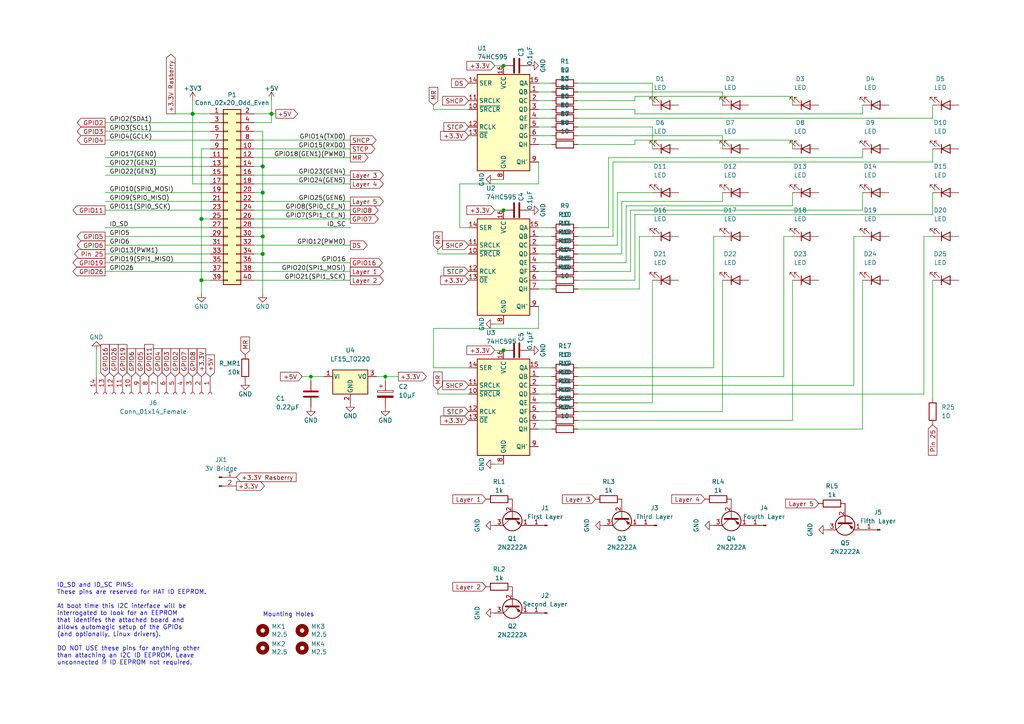
<source format=kicad_sch>
(kicad_sch (version 20211123) (generator eeschema)
  (paper "A4")
  (title_block (date "15 nov 2012"))
  (lib_symbols
    (symbol "74xx:74HC595"
      (property "Reference" "U" (at -7.62 13.97 0))
      (property "Value" "74HC595" (at -7.62 -16.51 0))
      (symbol "74HC595_1_0"
        (pin tri_state line (at 10.16 7.62 180) (length 2.54) (name "QB") (number "1"))
        (pin input line (at -10.16 2.54 0) (length 2.54) (name "~{SRCLR}") (number "10"))
        (pin input line (at -10.16 5.08 0) (length 2.54) (name "SRCLK") (number "11"))
        (pin input line (at -10.16 -2.54 0) (length 2.54) (name "RCLK") (number "12"))
        (pin input line (at -10.16 -5.08 0) (length 2.54) (name "~{OE}") (number "13"))
        (pin input line (at -10.16 10.16 0) (length 2.54) (name "SER") (number "14"))
        (pin tri_state line (at 10.16 10.16 180) (length 2.54) (name "QA") (number "15"))
        (pin power_in line (at 0 15.24 270) (length 2.54) (name "VCC") (number "16"))
        (pin tri_state line (at 10.16 5.08 180) (length 2.54) (name "QC") (number "2"))
        (pin tri_state line (at 10.16 2.54 180) (length 2.54) (name "QD") (number "3"))
        (pin tri_state line (at 10.16 0 180) (length 2.54) (name "QE") (number "4"))
        (pin tri_state line (at 10.16 -2.54 180) (length 2.54) (name "QF") (number "5"))
        (pin tri_state line (at 10.16 -5.08 180) (length 2.54) (name "QG") (number "6"))
        (pin tri_state line (at 10.16 -7.62 180) (length 2.54) (name "QH") (number "7"))
        (pin power_in line (at 0 -17.78 90) (length 2.54) (name "GND") (number "8"))
        (pin output line (at 10.16 -12.7 180) (length 2.54) (name "QH'") (number "9"))
      )
    )
    (symbol "Connector:Conn_01x01_Male" (pin_names (offset 1.016) hide)
      (property "Reference" "J" (at 0 2.54 0))
      (property "Value" "Conn_01x01_Male" (at 0 -2.54 0))
      (symbol "Conn_01x01_Male_1_1"
        (pin passive line (at 5.08 0 180) (length 3.81) (name "Pin_1") (number "1"))
      )
    )
    (symbol "Connector:Conn_01x02_Male" (pin_names (offset 1.016) hide)
      (property "Reference" "J" (at 0 2.54 0))
      (property "Value" "Conn_01x02_Male" (at 0 -5.08 0))
      (symbol "Conn_01x02_Male_1_1"
        (pin passive line (at 5.08 0 180) (length 3.81) (name "Pin_1") (number "1"))
        (pin passive line (at 5.08 -2.54 180) (length 3.81) (name "Pin_2") (number "2"))
      )
    )
    (symbol "Connector:Conn_01x14_Female" (pin_names (offset 1.016) hide)
      (property "Reference" "J" (at 0 17.78 0))
      (property "Value" "Conn_01x14_Female" (at 0 -20.32 0))
      (symbol "Conn_01x14_Female_1_1"
        (pin passive line (at -5.08 15.24 0) (length 3.81) (name "Pin_1") (number "1"))
        (pin passive line (at -5.08 -7.62 0) (length 3.81) (name "Pin_10") (number "10"))
        (pin passive line (at -5.08 -10.16 0) (length 3.81) (name "Pin_11") (number "11"))
        (pin passive line (at -5.08 -12.7 0) (length 3.81) (name "Pin_12") (number "12"))
        (pin passive line (at -5.08 -15.24 0) (length 3.81) (name "Pin_13") (number "13"))
        (pin passive line (at -5.08 -17.78 0) (length 3.81) (name "Pin_14") (number "14"))
        (pin passive line (at -5.08 12.7 0) (length 3.81) (name "Pin_2") (number "2"))
        (pin passive line (at -5.08 10.16 0) (length 3.81) (name "Pin_3") (number "3"))
        (pin passive line (at -5.08 7.62 0) (length 3.81) (name "Pin_4") (number "4"))
        (pin passive line (at -5.08 5.08 0) (length 3.81) (name "Pin_5") (number "5"))
        (pin passive line (at -5.08 2.54 0) (length 3.81) (name "Pin_6") (number "6"))
        (pin passive line (at -5.08 0 0) (length 3.81) (name "Pin_7") (number "7"))
        (pin passive line (at -5.08 -2.54 0) (length 3.81) (name "Pin_8") (number "8"))
        (pin passive line (at -5.08 -5.08 0) (length 3.81) (name "Pin_9") (number "9"))
      )
    )
    (symbol "Connector_Generic:Conn_02x20_Odd_Even" (pin_names (offset 1.016) hide)
      (property "Reference" "J" (at 1.27 25.4 0))
      (property "Value" "Conn_02x20_Odd_Even" (at 1.27 -27.94 0))
      (symbol "Conn_02x20_Odd_Even_1_1"
        (pin passive line (at -5.08 22.86 0) (length 3.81) (name "Pin_1") (number "1"))
        (pin passive line (at 7.62 12.7 180) (length 3.81) (name "Pin_10") (number "10"))
        (pin passive line (at -5.08 10.16 0) (length 3.81) (name "Pin_11") (number "11"))
        (pin passive line (at 7.62 10.16 180) (length 3.81) (name "Pin_12") (number "12"))
        (pin passive line (at -5.08 7.62 0) (length 3.81) (name "Pin_13") (number "13"))
        (pin passive line (at 7.62 7.62 180) (length 3.81) (name "Pin_14") (number "14"))
        (pin passive line (at -5.08 5.08 0) (length 3.81) (name "Pin_15") (number "15"))
        (pin passive line (at 7.62 5.08 180) (length 3.81) (name "Pin_16") (number "16"))
        (pin passive line (at -5.08 2.54 0) (length 3.81) (name "Pin_17") (number "17"))
        (pin passive line (at 7.62 2.54 180) (length 3.81) (name "Pin_18") (number "18"))
        (pin passive line (at -5.08 0 0) (length 3.81) (name "Pin_19") (number "19"))
        (pin passive line (at 7.62 22.86 180) (length 3.81) (name "Pin_2") (number "2"))
        (pin passive line (at 7.62 0 180) (length 3.81) (name "Pin_20") (number "20"))
        (pin passive line (at -5.08 -2.54 0) (length 3.81) (name "Pin_21") (number "21"))
        (pin passive line (at 7.62 -2.54 180) (length 3.81) (name "Pin_22") (number "22"))
        (pin passive line (at -5.08 -5.08 0) (length 3.81) (name "Pin_23") (number "23"))
        (pin passive line (at 7.62 -5.08 180) (length 3.81) (name "Pin_24") (number "24"))
        (pin passive line (at -5.08 -7.62 0) (length 3.81) (name "Pin_25") (number "25"))
        (pin passive line (at 7.62 -7.62 180) (length 3.81) (name "Pin_26") (number "26"))
        (pin passive line (at -5.08 -10.16 0) (length 3.81) (name "Pin_27") (number "27"))
        (pin passive line (at 7.62 -10.16 180) (length 3.81) (name "Pin_28") (number "28"))
        (pin passive line (at -5.08 -12.7 0) (length 3.81) (name "Pin_29") (number "29"))
        (pin passive line (at -5.08 20.32 0) (length 3.81) (name "Pin_3") (number "3"))
        (pin passive line (at 7.62 -12.7 180) (length 3.81) (name "Pin_30") (number "30"))
        (pin passive line (at -5.08 -15.24 0) (length 3.81) (name "Pin_31") (number "31"))
        (pin passive line (at 7.62 -15.24 180) (length 3.81) (name "Pin_32") (number "32"))
        (pin passive line (at -5.08 -17.78 0) (length 3.81) (name "Pin_33") (number "33"))
        (pin passive line (at 7.62 -17.78 180) (length 3.81) (name "Pin_34") (number "34"))
        (pin passive line (at -5.08 -20.32 0) (length 3.81) (name "Pin_35") (number "35"))
        (pin passive line (at 7.62 -20.32 180) (length 3.81) (name "Pin_36") (number "36"))
        (pin passive line (at -5.08 -22.86 0) (length 3.81) (name "Pin_37") (number "37"))
        (pin passive line (at 7.62 -22.86 180) (length 3.81) (name "Pin_38") (number "38"))
        (pin passive line (at -5.08 -25.4 0) (length 3.81) (name "Pin_39") (number "39"))
        (pin passive line (at 7.62 20.32 180) (length 3.81) (name "Pin_4") (number "4"))
        (pin passive line (at 7.62 -25.4 180) (length 3.81) (name "Pin_40") (number "40"))
        (pin passive line (at -5.08 17.78 0) (length 3.81) (name "Pin_5") (number "5"))
        (pin passive line (at 7.62 17.78 180) (length 3.81) (name "Pin_6") (number "6"))
        (pin passive line (at -5.08 15.24 0) (length 3.81) (name "Pin_7") (number "7"))
        (pin passive line (at 7.62 15.24 180) (length 3.81) (name "Pin_8") (number "8"))
        (pin passive line (at -5.08 12.7 0) (length 3.81) (name "Pin_9") (number "9"))
      )
    )
    (symbol "Device:C" (pin_numbers hide) (pin_names (offset 0.254))
      (property "Reference" "C" (at 0.635 2.54 0))
      (property "Value" "C" (at 0.635 -2.54 0))
      (symbol "C_1_1"
        (pin passive line (at 0 3.81 270) (length 2.794) (name "~") (number "1"))
        (pin passive line (at 0 -3.81 90) (length 2.794) (name "~") (number "2"))
      )
    )
    (symbol "Device:C_Polarized" (pin_numbers hide) (pin_names (offset 0.254))
      (property "Reference" "C" (at 0.635 2.54 0))
      (property "Value" "C_Polarized" (at 0.635 -2.54 0))
      (symbol "C_Polarized_1_1"
        (pin passive line (at 0 3.81 270) (length 2.794) (name "~") (number "1"))
        (pin passive line (at 0 -3.81 90) (length 2.794) (name "~") (number "2"))
      )
    )
    (symbol "Device:LED" (pin_numbers hide) (pin_names (offset 1.016) hide)
      (property "Reference" "D" (at 0 2.54 0))
      (property "Value" "LED" (at 0 -2.54 0))
      (symbol "LED_1_1"
        (pin passive line (at -3.81 0 0) (length 2.54) (name "K") (number "1"))
        (pin passive line (at 3.81 0 180) (length 2.54) (name "A") (number "2"))
      )
    )
    (symbol "Device:R" (pin_numbers hide) (pin_names (offset 0))
      (property "Reference" "R" (at 2.032 0 90))
      (property "Value" "R" (at 0 0 90))
      (symbol "R_1_1"
        (pin passive line (at 0 3.81 270) (length 1.27) (name "~") (number "1"))
        (pin passive line (at 0 -3.81 90) (length 1.27) (name "~") (number "2"))
      )
    )
    (symbol "Mechanical:MountingHole" (pin_names (offset 1.016))
      (property "Reference" "H" (at 0 5.08 0))
      (property "Value" "MountingHole" (at 0 3.175 0))
    )
    (symbol "Regulator_Linear:LF15_TO220" (pin_names (offset 0.254))
      (property "Reference" "U" (at -3.81 3.175 0))
      (property "Value" "LF15_TO220" (at 0 3.175 0))
      (symbol "LF15_TO220_1_1"
        (pin power_in line (at -7.62 0 0) (length 2.54) (name "VI") (number "1"))
        (pin power_in line (at 0 -7.62 90) (length 2.54) (name "GND") (number "2"))
        (pin power_out line (at 7.62 0 180) (length 2.54) (name "VO") (number "3"))
      )
    )
    (symbol "Transistor_BJT:2N3905" (pin_names (offset 0) hide)
      (property "Reference" "Q" (at 5.08 1.905 0))
      (property "Value" "2N3905" (at 5.08 0 0))
      (symbol "2N3905_1_1"
        (pin passive line (at 2.54 -5.08 90) (length 2.54) (name "E") (number "1"))
        (pin input line (at -5.08 0 0) (length 5.715) (name "B") (number "2"))
        (pin passive line (at 2.54 5.08 270) (length 2.54) (name "C") (number "3"))
      )
    )
    (symbol "power:+3.3V" (power) (pin_names (offset 0))
      (property "Value" "+3.3V" (at 0 3.556 0))
      (symbol "+3.3V_1_1"
        (pin power_in line (at 0 0 90) (length 0) hide (name "+3V3") (number "1"))
      )
    )
    (symbol "power:+5V" (power) (pin_names (offset 0))
      (property "Value" "+5V" (at 0 3.556 0))
      (symbol "+5V_1_1"
        (pin power_in line (at 0 0 90) (length 0) hide (name "+5V") (number "1"))
      )
    )
    (symbol "power:GND" (power) (pin_names (offset 0))
      (property "Value" "GND" (at 0 -3.81 0))
      (symbol "GND_1_1"
        (pin power_in line (at 0 0 270) (length 0) hide (name "GND") (number "1"))
      )
    )
  )
  (junction (at 146.05 19.05))
  (junction (at 58.42 81.28) (diameter 1.016))
  (junction (at 78.74 33.02) (diameter 1.016))
  (junction (at 111.76 109.22))
  (junction (at 76.2 68.58) (diameter 1.016))
  (junction (at 146.05 101.6))
  (junction (at 76.2 73.66) (diameter 1.016))
  (junction (at 146.05 60.96))
  (junction (at 90.17 109.22))
  (junction (at 76.2 55.88) (diameter 1.016))
  (junction (at 58.42 63.5) (diameter 1.016))
  (junction (at 55.88 33.02) (diameter 1.016))
  (junction (at 76.2 48.26) (diameter 1.016))
  (wire (pts (xy 30.48 71.12) (xy 60.96 71.12)))
  (wire (pts (xy 209.55 119.38) (xy 167.64 119.38)))
  (wire (pts (xy 73.66 43.18) (xy 101.6 43.18)))
  (wire (pts (xy 73.66 60.96) (xy 101.6 60.96)))
  (wire (pts (xy 55.88 33.02) (xy 60.96 33.02)))
  (wire (pts (xy 189.23 81.28) (xy 189.23 116.84)))
  (wire (pts (xy 156.21 26.67) (xy 160.02 26.67)))
  (wire (pts (xy 270.51 115.57) (xy 270.51 81.28)))
  (wire (pts (xy 73.66 76.2) (xy 101.6 76.2)))
  (wire (pts (xy 30.48 45.72) (xy 60.96 45.72)))
  (wire (pts (xy 156.21 36.83) (xy 160.02 36.83)))
  (wire (pts (xy 78.74 33.02) (xy 78.74 35.56)))
  (wire (pts (xy 229.87 121.92) (xy 167.64 121.92)))
  (wire (pts (xy 179.07 55.88) (xy 179.07 71.12)))
  (wire (pts (xy 180.34 73.66) (xy 167.64 73.66)))
  (wire (pts (xy 73.66 71.12) (xy 101.6 71.12)))
  (wire (pts (xy 176.53 66.04) (xy 167.64 66.04)))
  (wire (pts (xy 179.07 71.12) (xy 167.64 71.12)))
  (wire (pts (xy 184.15 29.21) (xy 167.64 29.21)))
  (wire (pts (xy 76.2 48.26) (xy 76.2 55.88)))
  (wire (pts (xy 156.21 88.9) (xy 156.21 95.25)))
  (wire (pts (xy 270.51 46.99) (xy 270.51 43.18)))
  (wire (pts (xy 167.64 26.67) (xy 209.55 26.67)))
  (wire (pts (xy 143.51 134.62) (xy 146.05 134.62)))
  (wire (pts (xy 156.21 116.84) (xy 160.02 116.84)))
  (wire (pts (xy 156.21 83.82) (xy 160.02 83.82)))
  (wire (pts (xy 167.64 39.37) (xy 209.55 39.37)))
  (wire (pts (xy 30.48 66.04) (xy 60.96 66.04)))
  (wire (pts (xy 182.88 78.74) (xy 167.64 78.74)))
  (wire (pts (xy 209.55 39.37) (xy 209.55 43.18)))
  (wire (pts (xy 156.21 111.76) (xy 160.02 111.76)))
  (wire (pts (xy 189.23 36.83) (xy 189.23 43.18)))
  (wire (pts (xy 189.23 24.13) (xy 189.23 30.48)))
  (wire (pts (xy 167.64 24.13) (xy 189.23 24.13)))
  (wire (pts (xy 76.2 38.1) (xy 73.66 38.1)))
  (wire (pts (xy 270.51 62.23) (xy 270.51 55.88)))
  (wire (pts (xy 87.63 109.22) (xy 90.17 109.22)))
  (wire (pts (xy 30.48 73.66) (xy 60.96 73.66)))
  (wire (pts (xy 184.15 41.91) (xy 184.15 40.64)))
  (wire (pts (xy 250.19 60.96) (xy 250.19 55.88)))
  (wire (pts (xy 177.8 46.99) (xy 270.51 46.99)))
  (wire (pts (xy 111.76 110.49) (xy 111.76 109.22)))
  (wire (pts (xy 156.21 71.12) (xy 160.02 71.12)))
  (wire (pts (xy 76.2 48.26) (xy 73.66 48.26)))
  (wire (pts (xy 167.64 41.91) (xy 184.15 41.91)))
  (wire (pts (xy 227.33 68.58) (xy 229.87 68.58)))
  (wire (pts (xy 229.87 27.94) (xy 229.87 30.48)))
  (wire (pts (xy 55.88 33.02) (xy 55.88 53.34)))
  (wire (pts (xy 156.21 114.3) (xy 160.02 114.3)))
  (wire (pts (xy 127 73.66) (xy 135.89 73.66)))
  (wire (pts (xy 270.51 34.29) (xy 270.51 30.48)))
  (wire (pts (xy 143.51 19.05) (xy 146.05 19.05)))
  (wire (pts (xy 58.42 43.18) (xy 60.96 43.18)))
  (wire (pts (xy 156.21 76.2) (xy 160.02 76.2)))
  (wire (pts (xy 76.2 55.88) (xy 73.66 55.88)))
  (wire (pts (xy 156.21 78.74) (xy 160.02 78.74)))
  (wire (pts (xy 184.15 31.75) (xy 184.15 33.02)))
  (wire (pts (xy 250.19 124.46) (xy 167.64 124.46)))
  (wire (pts (xy 209.55 26.67) (xy 209.55 30.48)))
  (wire (pts (xy 60.96 35.56) (xy 30.48 35.56)))
  (wire (pts (xy 184.15 81.28) (xy 167.64 81.28)))
  (wire (pts (xy 127 72.39) (xy 127 73.66)))
  (wire (pts (xy 111.76 109.22) (xy 115.57 109.22)))
  (wire (pts (xy 185.42 68.58) (xy 189.23 68.58)))
  (wire (pts (xy 156.21 95.25) (xy 125.73 95.25)))
  (wire (pts (xy 207.01 68.58) (xy 209.55 68.58)))
  (wire (pts (xy 181.61 76.2) (xy 167.64 76.2)))
  (wire (pts (xy 30.48 76.2) (xy 60.96 76.2)))
  (wire (pts (xy 156.21 29.21) (xy 160.02 29.21)))
  (wire (pts (xy 125.73 106.68) (xy 135.89 106.68)))
  (wire (pts (xy 167.64 116.84) (xy 189.23 116.84)))
  (wire (pts (xy 167.64 36.83) (xy 189.23 36.83)))
  (wire (pts (xy 156.21 41.91) (xy 160.02 41.91)))
  (wire (pts (xy 30.48 58.42) (xy 60.96 58.42)))
  (wire (pts (xy 184.15 27.94) (xy 229.87 27.94)))
  (wire (pts (xy 156.21 106.68) (xy 160.02 106.68)))
  (wire (pts (xy 30.48 78.74) (xy 60.96 78.74)))
  (wire (pts (xy 90.17 109.22) (xy 93.98 109.22)))
  (wire (pts (xy 167.64 31.75) (xy 184.15 31.75)))
  (wire (pts (xy 73.66 53.34) (xy 101.6 53.34)))
  (wire (pts (xy 55.88 53.34) (xy 60.96 53.34)))
  (wire (pts (xy 156.21 68.58) (xy 160.02 68.58)))
  (wire (pts (xy 76.2 68.58) (xy 76.2 73.66)))
  (wire (pts (xy 58.42 63.5) (xy 58.42 81.28)))
  (wire (pts (xy 167.64 106.68) (xy 207.01 106.68)))
  (wire (pts (xy 250.19 33.02) (xy 250.19 30.48)))
  (wire (pts (xy 78.74 33.02) (xy 73.66 33.02)))
  (wire (pts (xy 209.55 81.28) (xy 209.55 119.38)))
  (wire (pts (xy 180.34 58.42) (xy 180.34 73.66)))
  (wire (pts (xy 156.21 66.04) (xy 160.02 66.04)))
  (wire (pts (xy 127 113.03) (xy 127 114.3)))
  (wire (pts (xy 73.66 63.5) (xy 101.6 63.5)))
  (wire (pts (xy 78.74 35.56) (xy 73.66 35.56)))
  (wire (pts (xy 111.76 109.22) (xy 109.22 109.22)))
  (wire (pts (xy 156.21 81.28) (xy 160.02 81.28)))
  (wire (pts (xy 58.42 81.28) (xy 60.96 81.28)))
  (wire (pts (xy 133.35 66.04) (xy 135.89 66.04)))
  (wire (pts (xy 143.51 101.6) (xy 146.05 101.6)))
  (wire (pts (xy 27.94 101.6) (xy 27.94 109.22)))
  (wire (pts (xy 58.42 43.18) (xy 58.42 63.5)))
  (wire (pts (xy 73.66 58.42) (xy 101.6 58.42)))
  (wire (pts (xy 78.74 33.02) (xy 80.01 33.02)))
  (wire (pts (xy 207.01 68.58) (xy 207.01 106.68)))
  (wire (pts (xy 30.48 48.26) (xy 60.96 48.26)))
  (wire (pts (xy 156.21 34.29) (xy 160.02 34.29)))
  (wire (pts (xy 267.97 68.58) (xy 270.51 68.58)))
  (wire (pts (xy 125.73 31.75) (xy 135.89 31.75)))
  (wire (pts (xy 184.15 40.64) (xy 229.87 40.64)))
  (wire (pts (xy 156.21 24.13) (xy 160.02 24.13)))
  (wire (pts (xy 30.48 55.88) (xy 60.96 55.88)))
  (wire (pts (xy 30.48 38.1) (xy 60.96 38.1)))
  (wire (pts (xy 125.73 30.48) (xy 125.73 31.75)))
  (wire (pts (xy 247.65 68.58) (xy 247.65 111.76)))
  (wire (pts (xy 76.2 38.1) (xy 76.2 48.26)))
  (wire (pts (xy 184.15 33.02) (xy 250.19 33.02)))
  (wire (pts (xy 76.2 68.58) (xy 73.66 68.58)))
  (wire (pts (xy 179.07 55.88) (xy 189.23 55.88)))
  (wire (pts (xy 267.97 114.3) (xy 167.64 114.3)))
  (wire (pts (xy 76.2 73.66) (xy 76.2 85.09)))
  (wire (pts (xy 156.21 119.38) (xy 160.02 119.38)))
  (wire (pts (xy 184.15 62.23) (xy 270.51 62.23)))
  (wire (pts (xy 76.2 73.66) (xy 73.66 73.66)))
  (wire (pts (xy 182.88 60.96) (xy 250.19 60.96)))
  (wire (pts (xy 167.64 34.29) (xy 270.51 34.29)))
  (wire (pts (xy 250.19 45.72) (xy 250.19 43.18)))
  (wire (pts (xy 143.51 52.07) (xy 146.05 52.07)))
  (wire (pts (xy 181.61 59.69) (xy 229.87 59.69)))
  (wire (pts (xy 133.35 53.34) (xy 133.35 66.04)))
  (wire (pts (xy 58.42 81.28) (xy 58.42 85.09)))
  (wire (pts (xy 143.51 93.98) (xy 146.05 93.98)))
  (wire (pts (xy 184.15 27.94) (xy 184.15 29.21)))
  (wire (pts (xy 76.2 55.88) (xy 76.2 68.58)))
  (wire (pts (xy 229.87 59.69) (xy 229.87 55.88)))
  (wire (pts (xy 30.48 60.96) (xy 60.96 60.96)))
  (wire (pts (xy 73.66 66.04) (xy 101.6 66.04)))
  (wire (pts (xy 180.34 58.42) (xy 209.55 58.42)))
  (wire (pts (xy 125.73 95.25) (xy 125.73 106.68)))
  (wire (pts (xy 55.88 29.21) (xy 55.88 33.02)))
  (wire (pts (xy 73.66 45.72) (xy 101.6 45.72)))
  (wire (pts (xy 30.48 40.64) (xy 60.96 40.64)))
  (wire (pts (xy 127 114.3) (xy 135.89 114.3)))
  (wire (pts (xy 49.53 33.02) (xy 55.88 33.02)))
  (wire (pts (xy 229.87 81.28) (xy 229.87 121.92)))
  (wire (pts (xy 90.17 110.49) (xy 90.17 109.22)))
  (wire (pts (xy 177.8 46.99) (xy 177.8 68.58)))
  (wire (pts (xy 30.48 50.8) (xy 60.96 50.8)))
  (wire (pts (xy 73.66 40.64) (xy 101.6 40.64)))
  (wire (pts (xy 156.21 109.22) (xy 160.02 109.22)))
  (wire (pts (xy 73.66 50.8) (xy 101.6 50.8)))
  (wire (pts (xy 156.21 124.46) (xy 160.02 124.46)))
  (wire (pts (xy 250.19 81.28) (xy 250.19 124.46)))
  (wire (pts (xy 73.66 81.28) (xy 101.6 81.28)))
  (wire (pts (xy 176.53 45.72) (xy 250.19 45.72)))
  (wire (pts (xy 30.48 68.58) (xy 60.96 68.58)))
  (wire (pts (xy 182.88 60.96) (xy 182.88 78.74)))
  (wire (pts (xy 73.66 78.74) (xy 101.6 78.74)))
  (wire (pts (xy 58.42 63.5) (xy 60.96 63.5)))
  (wire (pts (xy 78.74 29.21) (xy 78.74 33.02)))
  (wire (pts (xy 267.97 68.58) (xy 267.97 114.3)))
  (wire (pts (xy 143.51 60.96) (xy 146.05 60.96)))
  (wire (pts (xy 227.33 68.58) (xy 227.33 109.22)))
  (wire (pts (xy 156.21 31.75) (xy 160.02 31.75)))
  (wire (pts (xy 156.21 46.99) (xy 156.21 53.34)))
  (wire (pts (xy 156.21 121.92) (xy 160.02 121.92)))
  (wire (pts (xy 167.64 111.76) (xy 247.65 111.76)))
  (wire (pts (xy 156.21 73.66) (xy 160.02 73.66)))
  (wire (pts (xy 209.55 58.42) (xy 209.55 55.88)))
  (wire (pts (xy 156.21 53.34) (xy 133.35 53.34)))
  (wire (pts (xy 184.15 62.23) (xy 184.15 81.28)))
  (wire (pts (xy 185.42 68.58) (xy 185.42 83.82)))
  (wire (pts (xy 177.8 68.58) (xy 167.64 68.58)))
  (wire (pts (xy 181.61 59.69) (xy 181.61 76.2)))
  (wire (pts (xy 247.65 68.58) (xy 250.19 68.58)))
  (wire (pts (xy 185.42 83.82) (xy 167.64 83.82)))
  (wire (pts (xy 229.87 40.64) (xy 229.87 43.18)))
  (wire (pts (xy 227.33 109.22) (xy 167.64 109.22)))
  (wire (pts (xy 156.21 39.37) (xy 160.02 39.37)))
  (wire (pts (xy 176.53 45.72) (xy 176.53 66.04)))
  (text "ID_SD and ID_SC PINS:\nThese pins are reserved for HAT ID EEPROM.\n\nAt boot time this I2C interface will be\ninterrogated to look for an EEPROM\nthat identifes the attached board and\nallows automagic setup of the GPIOs\n(and optionally, Linux drivers).\n\nDO NOT USE these pins for anything other\nthan attaching an I2C ID EEPROM. Leave\nunconnected if ID EEPROM not required." (at 16.51 193.04 0) (effects (font (size 1.27 1.27)) (justify left bottom)))
  (text "Mounting Holes" (at 76.2 179.07 0) (effects (font (size 1.27 1.27)) (justify left bottom)))
  (label "GPIO5" (at 31.75 68.58 0))
  (label "GPIO13(PWM1)" (at 31.75 73.66 0))
  (label "GPIO7(SPI1_CE_N)" (at 100.33 63.5 180))
  (label "GPIO25(GEN6)" (at 100.33 58.42 180))
  (label "ID_SD" (at 31.75 66.04 0))
  (label "GPIO17(GEN0)" (at 31.75 45.72 0))
  (label "GPIO20(SPI1_MOSI)" (at 100.33 78.74 180))
  (label "GPIO15(RXD0)" (at 100.33 43.18 180))
  (label "ID_SC" (at 100.33 66.04 180))
  (label "GPIO4(GCLK)" (at 31.75 40.64 0))
  (label "GPIO19(SPI1_MISO)" (at 31.75 76.2 0))
  (label "GPIO16" (at 100.33 76.2 180))
  (label "GPIO21(SPI1_SCK)" (at 100.33 81.28 180))
  (label "GPIO14(TXD0)" (at 100.33 40.64 180))
  (label "GPIO3(SCL1)" (at 31.75 38.1 0))
  (label "GPIO8(SPI0_CE_N)" (at 100.33 60.96 180))
  (label "GPIO6" (at 31.75 71.12 0))
  (label "GPIO27(GEN2)" (at 31.75 48.26 0))
  (label "GPIO26" (at 31.75 78.74 0))
  (label "GPIO24(GEN5)" (at 100.33 53.34 180))
  (label "GPIO18(GEN1)(PWM0)" (at 100.33 45.72 180))
  (label "GPIO23(GEN4)" (at 100.33 50.8 180))
  (label "GPIO9(SPI0_MISO)" (at 31.75 58.42 0))
  (label "GPIO10(SPI0_MOSI)" (at 31.75 55.88 0))
  (label "GPIO12(PWM0)" (at 100.33 71.12 180))
  (label "GPIO2(SDA1)" (at 31.75 35.56 0))
  (label "GPIO22(GEN3)" (at 31.75 50.8 0))
  (label "GPIO11(SPI0_SCK)" (at 31.75 60.96 0))
  (global_label "Layer 1" (shape output) (at 101.6 78.74 0) (property "Intersheet References" "${INTERSHEET_REFS}" (effects hide)))
  (global_label "GPIO4" (shape output) (at 30.48 40.64 180) (property "Intersheet References" "${INTERSHEET_REFS}" (effects hide)))
  (global_label "Layer 4" (shape output) (at 101.6 53.34 0) (property "Intersheet References" "${INTERSHEET_REFS}" (effects hide)))
  (global_label "MR" (shape input) (at 127 113.03 90) (property "Intersheet References" "${INTERSHEET_REFS}" (effects hide)))
  (global_label "+3.3V" (shape input) (at 143.51 19.05 180) (property "Intersheet References" "${INTERSHEET_REFS}" (effects hide)))
  (global_label "Layer 1" (shape input) (at 140.97 144.78 180) (property "Intersheet References" "${INTERSHEET_REFS}" (effects hide)))
  (global_label "+5V" (shape input) (at 87.63 109.22 180) (property "Intersheet References" "${INTERSHEET_REFS}" (effects hide)))
  (global_label "MR" (shape input) (at 127 72.39 90) (property "Intersheet References" "${INTERSHEET_REFS}" (effects hide)))
  (global_label "GPIO26" (shape output) (at 30.48 78.74 180) (property "Intersheet References" "${INTERSHEET_REFS}" (effects hide)))
  (global_label "+3.3V Rasberry" (shape input) (at 68.58 138.43 0) (property "Intersheet References" "${INTERSHEET_REFS}" (effects hide)))
  (global_label "Layer 5" (shape output) (at 101.6 58.42 0) (property "Intersheet References" "${INTERSHEET_REFS}" (effects hide)))
  (global_label "GPIO11" (shape output) (at 30.48 60.96 180) (property "Intersheet References" "${INTERSHEET_REFS}" (effects hide)))
  (global_label "SHCP" (shape input) (at 135.89 71.12 180) (property "Intersheet References" "${INTERSHEET_REFS}" (effects hide)))
  (global_label "GPIO19" (shape input) (at 35.56 109.22 90) (property "Intersheet References" "${INTERSHEET_REFS}" (effects hide)))
  (global_label "GPIO6" (shape output) (at 30.48 71.12 180) (property "Intersheet References" "${INTERSHEET_REFS}" (effects hide)))
  (global_label "+5V" (shape input) (at 60.96 109.22 90) (property "Intersheet References" "${INTERSHEET_REFS}" (effects hide)))
  (global_label "GPIO11" (shape input) (at 43.18 109.22 90) (property "Intersheet References" "${INTERSHEET_REFS}" (effects hide)))
  (global_label "Layer 5" (shape input) (at 237.49 146.05 180) (property "Intersheet References" "${INTERSHEET_REFS}" (effects hide)))
  (global_label "+3.3V" (shape input) (at 135.89 39.37 180) (property "Intersheet References" "${INTERSHEET_REFS}" (effects hide)))
  (global_label "+3.3V Rasberry" (shape output) (at 49.53 33.02 90) (property "Intersheet References" "${INTERSHEET_REFS}" (effects hide)))
  (global_label "MR" (shape output) (at 101.6 45.72 0) (property "Intersheet References" "${INTERSHEET_REFS}" (effects hide)))
  (global_label "GPIO7" (shape output) (at 101.6 63.5 0) (property "Intersheet References" "${INTERSHEET_REFS}" (effects hide)))
  (global_label "+3.3V" (shape input) (at 135.89 121.92 180) (property "Intersheet References" "${INTERSHEET_REFS}" (effects hide)))
  (global_label "GPIO7" (shape input) (at 53.34 109.22 90) (property "Intersheet References" "${INTERSHEET_REFS}" (effects hide)))
  (global_label "Layer 4" (shape input) (at 204.47 144.78 180) (property "Intersheet References" "${INTERSHEET_REFS}" (effects hide)))
  (global_label "STCP" (shape input) (at 135.89 78.74 180) (property "Intersheet References" "${INTERSHEET_REFS}" (effects hide)))
  (global_label "STCP" (shape input) (at 135.89 36.83 180) (property "Intersheet References" "${INTERSHEET_REFS}" (effects hide)))
  (global_label "GPIO5" (shape input) (at 40.64 109.22 90) (property "Intersheet References" "${INTERSHEET_REFS}" (effects hide)))
  (global_label "SHCP" (shape output) (at 101.6 40.64 0) (property "Intersheet References" "${INTERSHEET_REFS}" (effects hide)))
  (global_label "+3.3V" (shape input) (at 58.42 109.22 90) (property "Intersheet References" "${INTERSHEET_REFS}" (effects hide)))
  (global_label "+3.3V" (shape output) (at 115.57 109.22 0) (property "Intersheet References" "${INTERSHEET_REFS}" (effects hide)))
  (global_label "Pin 25" (shape output) (at 30.48 73.66 180) (property "Intersheet References" "${INTERSHEET_REFS}" (effects hide)))
  (global_label "MR" (shape input) (at 125.73 30.48 90) (property "Intersheet References" "${INTERSHEET_REFS}" (effects hide)))
  (global_label "Layer 3" (shape input) (at 172.72 144.78 180) (property "Intersheet References" "${INTERSHEET_REFS}" (effects hide)))
  (global_label "GPIO19" (shape output) (at 30.48 76.2 180) (property "Intersheet References" "${INTERSHEET_REFS}" (effects hide)))
  (global_label "GPIO3" (shape output) (at 30.48 38.1 180) (property "Intersheet References" "${INTERSHEET_REFS}" (effects hide)))
  (global_label "Layer 2" (shape input) (at 140.97 170.18 180) (property "Intersheet References" "${INTERSHEET_REFS}" (effects hide)))
  (global_label "GPIO8" (shape input) (at 55.88 109.22 90) (property "Intersheet References" "${INTERSHEET_REFS}" (effects hide)))
  (global_label "GPIO26" (shape input) (at 33.02 109.22 90) (property "Intersheet References" "${INTERSHEET_REFS}" (effects hide)))
  (global_label "GPIO16" (shape output) (at 101.6 76.2 0) (property "Intersheet References" "${INTERSHEET_REFS}" (effects hide)))
  (global_label "GPIO5" (shape output) (at 30.48 68.58 180) (property "Intersheet References" "${INTERSHEET_REFS}" (effects hide)))
  (global_label "GPIO8" (shape output) (at 101.6 60.96 0) (property "Intersheet References" "${INTERSHEET_REFS}" (effects hide)))
  (global_label "DS" (shape input) (at 135.89 24.13 180) (property "Intersheet References" "${INTERSHEET_REFS}" (effects hide)))
  (global_label "+3.3V" (shape input) (at 135.89 81.28 180) (property "Intersheet References" "${INTERSHEET_REFS}" (effects hide)))
  (global_label "Layer 2" (shape output) (at 101.6 81.28 0) (property "Intersheet References" "${INTERSHEET_REFS}" (effects hide)))
  (global_label "+3.3V" (shape output) (at 68.58 140.97 0) (property "Intersheet References" "${INTERSHEET_REFS}" (effects hide)))
  (global_label "GPIO4" (shape input) (at 45.72 109.22 90) (property "Intersheet References" "${INTERSHEET_REFS}" (effects hide)))
  (global_label "MR" (shape input) (at 71.12 102.87 90) (property "Intersheet References" "${INTERSHEET_REFS}" (effects hide)))
  (global_label "GPIO6" (shape input) (at 38.1 109.22 90) (property "Intersheet References" "${INTERSHEET_REFS}" (effects hide)))
  (global_label "Pin 25" (shape input) (at 270.51 123.19 270) (property "Intersheet References" "${INTERSHEET_REFS}" (effects hide)))
  (global_label "SHCP" (shape input) (at 135.89 111.76 180) (property "Intersheet References" "${INTERSHEET_REFS}" (effects hide)))
  (global_label "+3.3V" (shape input) (at 143.51 60.96 180) (property "Intersheet References" "${INTERSHEET_REFS}" (effects hide)))
  (global_label "STCP" (shape output) (at 101.6 43.18 0) (property "Intersheet References" "${INTERSHEET_REFS}" (effects hide)))
  (global_label "GPIO3" (shape input) (at 48.26 109.22 90) (property "Intersheet References" "${INTERSHEET_REFS}" (effects hide)))
  (global_label "Layer 3" (shape output) (at 101.6 50.8 0) (property "Intersheet References" "${INTERSHEET_REFS}" (effects hide)))
  (global_label "GPIO16" (shape input) (at 30.48 109.22 90) (property "Intersheet References" "${INTERSHEET_REFS}" (effects hide)))
  (global_label "SHCP" (shape input) (at 135.89 29.21 180) (property "Intersheet References" "${INTERSHEET_REFS}" (effects hide)))
  (global_label "GPIO2" (shape output) (at 30.48 35.56 180) (property "Intersheet References" "${INTERSHEET_REFS}" (effects hide)))
  (global_label "STCP" (shape input) (at 135.89 119.38 180) (property "Intersheet References" "${INTERSHEET_REFS}" (effects hide)))
  (global_label "+5V" (shape output) (at 80.01 33.02 0) (property "Intersheet References" "${INTERSHEET_REFS}" (effects hide)))
  (global_label "+3.3V" (shape input) (at 143.51 101.6 180) (property "Intersheet References" "${INTERSHEET_REFS}" (effects hide)))
  (global_label "DS" (shape output) (at 101.6 71.12 0) (property "Intersheet References" "${INTERSHEET_REFS}" (effects hide)))
  (global_label "GPIO2" (shape input) (at 50.8 109.22 90) (property "Intersheet References" "${INTERSHEET_REFS}" (effects hide)))
  (symbol (lib_id "power:+5V") (at 78.74 29.21 0) (unit 1)
    (property "Reference" "#PWR01" (effects hide))
    (property "Value" "+5V" (at 78.74 25.654 0))
  )
  (symbol (lib_id "power:+3.3V") (at 55.88 29.21 0) (unit 1)
    (property "Reference" "#PWR04" (effects hide))
    (property "Value" "+3.3V" (at 55.88 25.654 0))
  )
  (symbol (lib_id "power:GND") (at 76.2 85.09 0) (unit 1)
    (property "Reference" "#PWR02" (effects hide))
    (property "Value" "GND" (at 76.2 88.9 0))
  )
  (symbol (lib_id "power:GND") (at 58.42 85.09 0) (unit 1)
    (property "Reference" "#PWR03" (effects hide))
    (property "Value" "GND" (at 58.42 88.9 0))
  )
  (symbol (lib_id "Mechanical:MountingHole") (at 76.2 182.88 0) (unit 1)
    (property "Reference" "MK1" (at 78.74 181.7116 0) (effects (justify left)))
    (property "Value" "M2.5" (at 78.74 184.023 0) (effects (justify left)))
    (property "Footprint" "MountingHole:MountingHole_2.7mm_M2.5" (effects hide))
  )
  (symbol (lib_id "Mechanical:MountingHole") (at 87.63 182.88 0) (unit 1)
    (property "Reference" "MK3" (at 90.17 181.7116 0) (effects (justify left)))
    (property "Value" "M2.5" (at 90.17 184.023 0) (effects (justify left)))
    (property "Footprint" "MountingHole:MountingHole_2.7mm_M2.5" (effects hide))
  )
  (symbol (lib_id "Mechanical:MountingHole") (at 76.2 187.96 0) (unit 1)
    (property "Reference" "MK2" (at 78.74 186.7916 0) (effects (justify left)))
    (property "Value" "M2.5" (at 78.74 189.103 0) (effects (justify left)))
    (property "Footprint" "MountingHole:MountingHole_2.7mm_M2.5" (effects hide))
  )
  (symbol (lib_id "Mechanical:MountingHole") (at 87.63 187.96 0) (unit 1)
    (property "Reference" "MK4" (at 90.17 186.7916 0) (effects (justify left)))
    (property "Value" "M2.5" (at 90.17 189.103 0) (effects (justify left)))
    (property "Footprint" "MountingHole:MountingHole_2.7mm_M2.5" (effects hide))
  )
  (symbol (lib_id "Connector_Generic:Conn_02x20_Odd_Even") (at 66.04 55.88 0) (unit 1)
    (property "Reference" "P1" (at 67.31 27.5082 0))
    (property "Value" "Conn_02x20_Odd_Even" (at 67.31 29.8196 0))
    (property "Footprint" "Connector_PinSocket_2.54mm:PinSocket_2x20_P2.54mm_Vertical" (effects hide))
  )
  (symbol (lib_id "Device:R") (at 163.83 116.84 270) (unit 1)
    (property "Reference" "R21" (at 163.83 110.49 90))
    (property "Value" "10" (at 163.83 113.03 90))
    (property "Footprint" "Resistor_THT:R_Axial_DIN0207_L6.3mm_D2.5mm_P10.16mm_Horizontal" (effects hide))
  )
  (symbol (lib_id "Device:LED") (at 193.04 68.58 0) (mirror x) (unit 1)
    (property "Reference" "D16" (at 191.4525 60.96 0))
    (property "Value" "LED" (at 191.4525 63.5 0))
    (property "Footprint" "Connector_PinSocket_2.54mm:PinSocket_1x01_P2.54mm_Vertical" (effects hide))
  )
  (symbol (lib_id "power:GND") (at 153.67 60.96 90) (unit 1)
    (property "Reference" "#PWR0113" (effects hide))
    (property "Value" "GND" (at 157.48 60.96 0))
  )
  (symbol (lib_id "Device:R") (at 163.83 109.22 270) (unit 1)
    (property "Reference" "R18" (at 163.83 102.87 90))
    (property "Value" "10" (at 163.83 105.41 90))
    (property "Footprint" "Resistor_THT:R_Axial_DIN0207_L6.3mm_D2.5mm_P10.16mm_Horizontal" (effects hide))
  )
  (symbol (lib_id "Device:R") (at 163.83 24.13 270) (unit 1)
    (property "Reference" "R1" (at 163.83 17.78 90))
    (property "Value" "10" (at 163.83 20.32 90))
    (property "Footprint" "Resistor_THT:R_Axial_DIN0207_L6.3mm_D2.5mm_P10.16mm_Horizontal" (effects hide))
  )
  (symbol (lib_id "Device:R") (at 144.78 144.78 270) (unit 1)
    (property "Reference" "RL1" (at 144.78 139.7 90))
    (property "Value" "1k" (at 144.78 142.24 90))
    (property "Footprint" "Resistor_THT:R_Axial_DIN0207_L6.3mm_D2.5mm_P10.16mm_Horizontal" (effects hide))
  )
  (symbol (lib_id "power:GND") (at 153.67 19.05 90) (unit 1)
    (property "Reference" "#PWR0114" (effects hide))
    (property "Value" "GND" (at 157.48 19.05 0))
  )
  (symbol (lib_id "Device:C") (at 149.86 60.96 90) (unit 1)
    (property "Reference" "C4" (at 151.13 58.42 0) (effects (justify left)))
    (property "Value" "0.1μF" (at 153.67 60.96 0) (effects (justify left)))
    (property "Footprint" "Capacitor_THT:C_Disc_D3.0mm_W1.6mm_P2.50mm" (effects hide))
  )
  (symbol (lib_id "Device:LED") (at 233.68 81.28 0) (mirror x) (unit 1)
    (property "Reference" "D23" (at 232.0925 73.66 0))
    (property "Value" "LED" (at 232.0925 76.2 0))
    (property "Footprint" "Connector_PinSocket_2.54mm:PinSocket_1x01_P2.54mm_Vertical" (effects hide))
  )
  (symbol (lib_id "Device:C") (at 90.17 114.3 0) (unit 1)
    (property "Reference" "C1" (at 80.01 115.57 0) (effects (justify left)))
    (property "Value" "0.22μF" (at 80.01 118.11 0) (effects (justify left)))
    (property "Footprint" "Capacitor_THT:C_Disc_D3.0mm_W1.6mm_P2.50mm" (effects hide))
  )
  (symbol (lib_id "Device:R") (at 163.83 66.04 270) (unit 1)
    (property "Reference" "R9" (at 163.83 59.69 90))
    (property "Value" "10" (at 163.83 62.23 90))
    (property "Footprint" "Resistor_THT:R_Axial_DIN0207_L6.3mm_D2.5mm_P10.16mm_Horizontal" (effects hide))
  )
  (symbol (lib_id "Device:R") (at 163.83 34.29 270) (unit 1)
    (property "Reference" "R5" (at 163.83 27.94 90))
    (property "Value" "10" (at 163.83 30.48 90))
    (property "Footprint" "Resistor_THT:R_Axial_DIN0207_L6.3mm_D2.5mm_P10.16mm_Horizontal" (effects hide))
  )
  (symbol (lib_id "Device:LED") (at 274.32 43.18 0) (mirror x) (unit 1)
    (property "Reference" "D10" (at 272.7325 35.56 0))
    (property "Value" "LED" (at 272.7325 38.1 0))
    (property "Footprint" "Connector_PinSocket_2.54mm:PinSocket_1x01_P2.54mm_Vertical" (effects hide))
  )
  (symbol (lib_id "Transistor_BJT:2N3905") (at 148.59 149.86 90) (mirror x) (unit 1)
    (property "Reference" "Q1" (at 148.59 156.21 90))
    (property "Value" "2N2222A" (at 148.59 158.75 90))
    (property "Footprint" "Package_TO_SOT_THT:TO-92_Inline" (effects hide))
    (property "Datasheet" "https://www.nteinc.com/specs/original/2N3905_06.pdf" (effects hide))
  )
  (symbol (lib_id "Device:LED") (at 213.36 81.28 0) (mirror x) (unit 1)
    (property "Reference" "D22" (at 211.7725 73.66 0))
    (property "Value" "LED" (at 211.7725 76.2 0))
    (property "Footprint" "Connector_PinSocket_2.54mm:PinSocket_1x01_P2.54mm_Vertical" (effects hide))
  )
  (symbol (lib_id "Connector:Conn_01x01_Male") (at 158.75 177.8 180) (unit 1)
    (property "Reference" "J2" (at 158.115 172.72 0))
    (property "Value" "Second Layer" (at 158.115 175.26 0))
    (property "Footprint" "Connector_PinSocket_2.54mm:PinSocket_1x01_P2.54mm_Vertical" (effects hide))
  )
  (symbol (lib_id "Device:R") (at 144.78 170.18 270) (unit 1)
    (property "Reference" "RL2" (at 144.78 165.1 90))
    (property "Value" "1k" (at 144.78 167.64 90))
    (property "Footprint" "Resistor_THT:R_Axial_DIN0207_L6.3mm_D2.5mm_P10.16mm_Horizontal" (effects hide))
  )
  (symbol (lib_id "power:GND") (at 90.17 118.11 0) (unit 1)
    (property "Reference" "#PWR0115" (effects hide))
    (property "Value" "GND" (at 90.17 121.92 0))
  )
  (symbol (lib_id "Device:LED") (at 254 55.88 0) (mirror x) (unit 1)
    (property "Reference" "D14" (at 252.4125 48.26 0))
    (property "Value" "LED" (at 252.4125 50.8 0))
    (property "Footprint" "Connector_PinSocket_2.54mm:PinSocket_1x01_P2.54mm_Vertical" (effects hide))
  )
  (symbol (lib_id "Device:LED") (at 193.04 43.18 0) (mirror x) (unit 1)
    (property "Reference" "D6" (at 191.4525 35.56 0))
    (property "Value" "LED" (at 191.4525 38.1 0))
    (property "Footprint" "Connector_PinSocket_2.54mm:PinSocket_1x01_P2.54mm_Vertical" (effects hide))
  )
  (symbol (lib_id "Device:R") (at 163.83 83.82 270) (unit 1)
    (property "Reference" "R16" (at 163.83 77.47 90))
    (property "Value" "10" (at 163.83 80.01 90))
    (property "Footprint" "Resistor_THT:R_Axial_DIN0207_L6.3mm_D2.5mm_P10.16mm_Horizontal" (effects hide))
  )
  (symbol (lib_id "Device:R") (at 163.83 26.67 270) (unit 1)
    (property "Reference" "R2" (at 163.83 20.32 90))
    (property "Value" "10" (at 163.83 22.86 90))
    (property "Footprint" "Resistor_THT:R_Axial_DIN0207_L6.3mm_D2.5mm_P10.16mm_Horizontal" (effects hide))
  )
  (symbol (lib_id "Device:R") (at 163.83 124.46 270) (unit 1)
    (property "Reference" "R24" (at 163.83 118.11 90))
    (property "Value" "10" (at 163.83 120.65 90))
    (property "Footprint" "Resistor_THT:R_Axial_DIN0207_L6.3mm_D2.5mm_P10.16mm_Horizontal" (effects hide))
  )
  (symbol (lib_id "Transistor_BJT:2N3905") (at 212.09 149.86 90) (mirror x) (unit 1)
    (property "Reference" "Q4" (at 212.09 156.21 90))
    (property "Value" "2N2222A" (at 212.09 158.75 90))
    (property "Footprint" "Package_TO_SOT_THT:TO-92_Inline" (effects hide))
    (property "Datasheet" "https://www.nteinc.com/specs/original/2N3905_06.pdf" (effects hide))
  )
  (symbol (lib_id "Device:LED") (at 254 68.58 0) (mirror x) (unit 1)
    (property "Reference" "D19" (at 252.4125 60.96 0))
    (property "Value" "LED" (at 252.4125 63.5 0))
    (property "Footprint" "Connector_PinSocket_2.54mm:PinSocket_1x01_P2.54mm_Vertical" (effects hide))
  )
  (symbol (lib_id "power:GND") (at 143.51 93.98 270) (unit 1)
    (property "Reference" "#PWR0101" (effects hide))
    (property "Value" "GND" (at 139.7 93.98 0))
  )
  (symbol (lib_id "Device:LED") (at 254 30.48 0) (mirror x) (unit 1)
    (property "Reference" "D4" (at 252.4125 22.86 0))
    (property "Value" "LED" (at 252.4125 25.4 0))
    (property "Footprint" "Connector_PinSocket_2.54mm:PinSocket_1x01_P2.54mm_Vertical" (effects hide))
  )
  (symbol (lib_id "power:GND") (at 153.67 101.6 90) (unit 1)
    (property "Reference" "#PWR0108" (effects hide))
    (property "Value" "GND" (at 157.48 101.6 0))
  )
  (symbol (lib_id "Device:R") (at 163.83 119.38 270) (unit 1)
    (property "Reference" "R22" (at 163.83 113.03 90))
    (property "Value" "10" (at 163.83 115.57 90))
    (property "Footprint" "Resistor_THT:R_Axial_DIN0207_L6.3mm_D2.5mm_P10.16mm_Horizontal" (effects hide))
  )
  (symbol (lib_id "power:GND") (at 101.6 116.84 0) (unit 1)
    (property "Reference" "#PWR0106" (effects hide))
    (property "Value" "GND" (at 101.6 120.65 0))
  )
  (symbol (lib_id "Device:C") (at 149.86 19.05 90) (unit 1)
    (property "Reference" "C3" (at 151.13 16.51 0) (effects (justify left)))
    (property "Value" "0.1μF" (at 153.67 19.05 0) (effects (justify left)))
    (property "Footprint" "Capacitor_THT:C_Disc_D3.0mm_W1.6mm_P2.50mm" (effects hide))
  )
  (symbol (lib_id "74xx:74HC595") (at 146.05 76.2 0) (unit 1)
    (property "Reference" "U2" (at 140.97 54.61 0) (effects (justify left)))
    (property "Value" "74HC595" (at 140.97 57.15 0) (effects (justify left)))
    (property "Footprint" "Package_DIP:DIP-16_W7.62mm_Socket" (effects hide))
    (property "Datasheet" "http://www.ti.com/lit/ds/symlink/sn74hc595.pdf" (effects hide))
  )
  (symbol (lib_id "power:GND") (at 143.51 177.8 270) (unit 1)
    (property "Reference" "#PWR0107" (effects hide))
    (property "Value" "GND" (at 138.43 177.8 0))
  )
  (symbol (lib_id "Connector:Conn_01x02_Male") (at 63.5 138.43 0) (unit 1)
    (property "Reference" "JX1" (at 64.135 133.35 0))
    (property "Value" "3V Bridge" (at 64.135 135.89 0))
    (property "Footprint" "Connector_PinHeader_2.54mm:PinHeader_1x02_P2.54mm_Vertical" (effects hide))
  )
  (symbol (lib_id "Device:R") (at 163.83 121.92 270) (unit 1)
    (property "Reference" "R23" (at 163.83 115.57 90))
    (property "Value" "10" (at 163.83 118.11 90))
    (property "Footprint" "Resistor_THT:R_Axial_DIN0207_L6.3mm_D2.5mm_P10.16mm_Horizontal" (effects hide))
  )
  (symbol (lib_id "Device:LED") (at 233.68 55.88 0) (mirror x) (unit 1)
    (property "Reference" "D13" (at 232.0925 48.26 0))
    (property "Value" "LED" (at 232.0925 50.8 0))
    (property "Footprint" "Connector_PinSocket_2.54mm:PinSocket_1x01_P2.54mm_Vertical" (effects hide))
  )
  (symbol (lib_id "Device:R") (at 163.83 114.3 270) (unit 1)
    (property "Reference" "R20" (at 163.83 107.95 90))
    (property "Value" "10" (at 163.83 110.49 90))
    (property "Footprint" "Resistor_THT:R_Axial_DIN0207_L6.3mm_D2.5mm_P10.16mm_Horizontal" (effects hide))
  )
  (symbol (lib_id "power:GND") (at 240.03 153.67 270) (unit 1)
    (property "Reference" "#PWR0104" (effects hide))
    (property "Value" "GND" (at 234.95 153.67 0))
  )
  (symbol (lib_id "Connector:Conn_01x01_Male") (at 190.5 152.4 180) (unit 1)
    (property "Reference" "J3" (at 189.865 147.32 0))
    (property "Value" "Third Layer" (at 189.865 149.86 0))
    (property "Footprint" "Connector_PinSocket_2.54mm:PinSocket_1x01_P2.54mm_Vertical" (effects hide))
  )
  (symbol (lib_id "Device:R") (at 163.83 76.2 270) (unit 1)
    (property "Reference" "R13" (at 163.83 69.85 90))
    (property "Value" "10" (at 163.83 72.39 90))
    (property "Footprint" "Resistor_THT:R_Axial_DIN0207_L6.3mm_D2.5mm_P10.16mm_Horizontal" (effects hide))
  )
  (symbol (lib_id "74xx:74HC595") (at 146.05 116.84 0) (unit 1)
    (property "Reference" "U3" (at 140.97 96.52 0) (effects (justify left)))
    (property "Value" "74HC595" (at 140.97 99.06 0) (effects (justify left)))
    (property "Footprint" "Package_DIP:DIP-16_W7.62mm_Socket" (effects hide))
    (property "Datasheet" "http://www.ti.com/lit/ds/symlink/sn74hc595.pdf" (effects hide))
  )
  (symbol (lib_id "power:GND") (at 143.51 152.4 270) (unit 1)
    (property "Reference" "#PWR0109" (effects hide))
    (property "Value" "GND" (at 138.43 152.4 0))
  )
  (symbol (lib_id "Device:LED") (at 193.04 55.88 0) (mirror x) (unit 1)
    (property "Reference" "D11" (at 191.4525 48.26 0))
    (property "Value" "LED" (at 191.4525 50.8 0))
    (property "Footprint" "Connector_PinSocket_2.54mm:PinSocket_1x01_P2.54mm_Vertical" (effects hide))
  )
  (symbol (lib_id "74xx:74HC595") (at 146.05 34.29 0) (unit 1)
    (property "Reference" "U1" (at 138.43 13.97 0) (effects (justify left)))
    (property "Value" "74HC595" (at 138.43 16.51 0) (effects (justify left)))
    (property "Footprint" "Package_DIP:DIP-16_W7.62mm_Socket" (effects hide))
    (property "Datasheet" "http://www.ti.com/lit/ds/symlink/sn74hc595.pdf" (effects hide))
  )
  (symbol (lib_id "Device:LED") (at 193.04 81.28 0) (mirror x) (unit 1)
    (property "Reference" "D21" (at 191.4525 73.66 0))
    (property "Value" "LED" (at 191.4525 76.2 0))
    (property "Footprint" "Connector_PinSocket_2.54mm:PinSocket_1x01_P2.54mm_Vertical" (effects hide))
  )
  (symbol (lib_id "Device:R") (at 163.83 106.68 270) (unit 1)
    (property "Reference" "R17" (at 163.83 100.33 90))
    (property "Value" "10" (at 163.83 102.87 90))
    (property "Footprint" "Resistor_THT:R_Axial_DIN0207_L6.3mm_D2.5mm_P10.16mm_Horizontal" (effects hide))
  )
  (symbol (lib_id "Device:R") (at 176.53 144.78 270) (unit 1)
    (property "Reference" "RL3" (at 176.53 139.7 90))
    (property "Value" "1k" (at 176.53 142.24 90))
    (property "Footprint" "Resistor_THT:R_Axial_DIN0207_L6.3mm_D2.5mm_P10.16mm_Horizontal" (effects hide))
  )
  (symbol (lib_id "Device:LED") (at 213.36 55.88 0) (mirror x) (unit 1)
    (property "Reference" "D12" (at 211.7725 48.26 0))
    (property "Value" "LED" (at 211.7725 50.8 0))
    (property "Footprint" "Connector_PinSocket_2.54mm:PinSocket_1x01_P2.54mm_Vertical" (effects hide))
  )
  (symbol (lib_id "power:GND") (at 207.01 152.4 270) (unit 1)
    (property "Reference" "#PWR0103" (effects hide))
    (property "Value" "GND" (at 201.93 152.4 0))
  )
  (symbol (lib_id "Device:R") (at 163.83 71.12 270) (unit 1)
    (property "Reference" "R11" (at 163.83 64.77 90))
    (property "Value" "10" (at 163.83 67.31 90))
    (property "Footprint" "Resistor_THT:R_Axial_DIN0207_L6.3mm_D2.5mm_P10.16mm_Horizontal" (effects hide))
  )
  (symbol (lib_id "Device:LED") (at 274.32 81.28 0) (mirror x) (unit 1)
    (property "Reference" "D25" (at 272.7325 73.66 0))
    (property "Value" "LED" (at 272.7325 76.2 0))
    (property "Footprint" "Connector_PinSocket_2.54mm:PinSocket_1x01_P2.54mm_Vertical" (effects hide))
  )
  (symbol (lib_id "Device:R") (at 71.12 106.68 0) (unit 1)
    (property "Reference" "R_MR1" (at 63.5 105.41 0) (effects (justify left)))
    (property "Value" "10k" (at 66.04 107.95 0) (effects (justify left)))
    (property "Footprint" "Resistor_THT:R_Axial_DIN0207_L6.3mm_D2.5mm_P10.16mm_Horizontal" (effects hide))
  )
  (symbol (lib_id "Transistor_BJT:2N3905") (at 180.34 149.86 90) (mirror x) (unit 1)
    (property "Reference" "Q3" (at 180.34 156.21 90))
    (property "Value" "2N2222A" (at 180.34 158.75 90))
    (property "Footprint" "Package_TO_SOT_THT:TO-92_Inline" (effects hide))
    (property "Datasheet" "https://www.nteinc.com/specs/original/2N3905_06.pdf" (effects hide))
  )
  (symbol (lib_id "power:GND") (at 27.94 101.6 0) (mirror x) (unit 1)
    (property "Reference" "#PWR0112" (effects hide))
    (property "Value" "GND" (at 27.94 97.79 0))
  )
  (symbol (lib_id "Device:LED") (at 254 81.28 0) (mirror x) (unit 1)
    (property "Reference" "D24" (at 252.4125 73.66 0))
    (property "Value" "LED" (at 252.4125 76.2 0))
    (property "Footprint" "Connector_PinSocket_2.54mm:PinSocket_1x01_P2.54mm_Vertical" (effects hide))
  )
  (symbol (lib_id "Device:LED") (at 233.68 30.48 0) (mirror x) (unit 1)
    (property "Reference" "D3" (at 232.0925 22.86 0))
    (property "Value" "LED" (at 232.0925 25.4 0))
    (property "Footprint" "Connector_PinSocket_2.54mm:PinSocket_1x01_P2.54mm_Vertical" (effects hide))
  )
  (symbol (lib_id "Device:R") (at 163.83 31.75 270) (unit 1)
    (property "Reference" "R4" (at 163.83 25.4 90))
    (property "Value" "10" (at 163.83 27.94 90))
    (property "Footprint" "Resistor_THT:R_Axial_DIN0207_L6.3mm_D2.5mm_P10.16mm_Horizontal" (effects hide))
  )
  (symbol (lib_id "Device:R") (at 163.83 73.66 270) (unit 1)
    (property "Reference" "R12" (at 163.83 67.31 90))
    (property "Value" "10" (at 163.83 69.85 90))
    (property "Footprint" "Resistor_THT:R_Axial_DIN0207_L6.3mm_D2.5mm_P10.16mm_Horizontal" (effects hide))
  )
  (symbol (lib_id "Transistor_BJT:2N3905") (at 148.59 175.26 90) (mirror x) (unit 1)
    (property "Reference" "Q2" (at 148.59 181.61 90))
    (property "Value" "2N2222A" (at 148.59 184.15 90))
    (property "Footprint" "Package_TO_SOT_THT:TO-92_Inline" (effects hide))
    (property "Datasheet" "https://www.nteinc.com/specs/original/2N3905_06.pdf" (effects hide))
  )
  (symbol (lib_id "Device:R") (at 163.83 29.21 270) (unit 1)
    (property "Reference" "R3" (at 163.83 22.86 90))
    (property "Value" "10" (at 163.83 25.4 90))
    (property "Footprint" "Resistor_THT:R_Axial_DIN0207_L6.3mm_D2.5mm_P10.16mm_Horizontal" (effects hide))
  )
  (symbol (lib_id "Device:LED") (at 213.36 43.18 0) (mirror x) (unit 1)
    (property "Reference" "D7" (at 211.7725 35.56 0))
    (property "Value" "LED" (at 211.7725 38.1 0))
    (property "Footprint" "Connector_PinSocket_2.54mm:PinSocket_1x01_P2.54mm_Vertical" (effects hide))
  )
  (symbol (lib_id "Device:R") (at 163.83 81.28 270) (unit 1)
    (property "Reference" "R15" (at 163.83 74.93 90))
    (property "Value" "10" (at 163.83 77.47 90))
    (property "Footprint" "Resistor_THT:R_Axial_DIN0207_L6.3mm_D2.5mm_P10.16mm_Horizontal" (effects hide))
  )
  (symbol (lib_id "Connector:Conn_01x14_Female") (at 45.72 114.3 270) (unit 1)
    (property "Reference" "J6" (at 44.45 116.84 90))
    (property "Value" "Conn_01x14_Female" (at 44.45 119.38 90))
    (property "Footprint" "Connector_PinSocket_2.54mm:PinSocket_1x14_P2.54mm_Vertical" (effects hide))
  )
  (symbol (lib_id "Device:R") (at 163.83 41.91 270) (unit 1)
    (property "Reference" "R8" (at 163.83 35.56 90))
    (property "Value" "10" (at 163.83 38.1 90))
    (property "Footprint" "Resistor_THT:R_Axial_DIN0207_L6.3mm_D2.5mm_P10.16mm_Horizontal" (effects hide))
  )
  (symbol (lib_id "Connector:Conn_01x01_Male") (at 255.27 153.67 180) (unit 1)
    (property "Reference" "J5" (at 254.635 148.59 0))
    (property "Value" "Fifth Layer" (at 254.635 151.13 0))
    (property "Footprint" "Connector_PinSocket_2.54mm:PinSocket_1x01_P2.54mm_Vertical" (effects hide))
  )
  (symbol (lib_id "Device:C") (at 149.86 101.6 90) (unit 1)
    (property "Reference" "C5" (at 151.13 99.06 0) (effects (justify left)))
    (property "Value" "0.1μF" (at 153.67 101.6 0) (effects (justify left)))
    (property "Footprint" "Capacitor_THT:C_Disc_D3.0mm_W1.6mm_P2.50mm" (effects hide))
  )
  (symbol (lib_id "Device:R") (at 208.28 144.78 270) (unit 1)
    (property "Reference" "RL4" (at 208.28 139.7 90))
    (property "Value" "1k" (at 208.28 142.24 90))
    (property "Footprint" "Resistor_THT:R_Axial_DIN0207_L6.3mm_D2.5mm_P10.16mm_Horizontal" (effects hide))
  )
  (symbol (lib_id "Device:C_Polarized") (at 111.76 114.3 0) (unit 1)
    (property "Reference" "C2" (at 115.57 112.1409 0) (effects (justify left)))
    (property "Value" "10μF" (at 115.57 114.6809 0) (effects (justify left)))
    (property "Footprint" "Capacitor_THT:C_Disc_D3.0mm_W1.6mm_P2.50mm" (effects hide))
  )
  (symbol (lib_id "Device:LED") (at 213.36 68.58 0) (mirror x) (unit 1)
    (property "Reference" "D17" (at 211.7725 60.96 0))
    (property "Value" "LED" (at 211.7725 63.5 0))
    (property "Footprint" "Connector_PinSocket_2.54mm:PinSocket_1x01_P2.54mm_Vertical" (effects hide))
  )
  (symbol (lib_id "Device:LED") (at 274.32 30.48 0) (mirror x) (unit 1)
    (property "Reference" "D5" (at 272.7325 22.86 0))
    (property "Value" "LED" (at 272.7325 25.4 0))
    (property "Footprint" "Connector_PinSocket_2.54mm:PinSocket_1x01_P2.54mm_Vertical" (effects hide))
  )
  (symbol (lib_id "Transistor_BJT:2N3905") (at 245.11 151.13 90) (mirror x) (unit 1)
    (property "Reference" "Q5" (at 245.11 157.48 90))
    (property "Value" "2N2222A" (at 245.11 160.02 90))
    (property "Footprint" "Package_TO_SOT_THT:TO-92_Inline" (effects hide))
    (property "Datasheet" "https://www.nteinc.com/specs/original/2N3905_06.pdf" (effects hide))
  )
  (symbol (lib_id "power:GND") (at 111.76 118.11 0) (unit 1)
    (property "Reference" "#PWR0116" (effects hide))
    (property "Value" "GND" (at 111.76 121.92 0))
  )
  (symbol (lib_id "Device:R") (at 163.83 78.74 270) (unit 1)
    (property "Reference" "R14" (at 163.83 72.39 90))
    (property "Value" "10" (at 163.83 74.93 90))
    (property "Footprint" "Resistor_THT:R_Axial_DIN0207_L6.3mm_D2.5mm_P10.16mm_Horizontal" (effects hide))
  )
  (symbol (lib_id "Device:R") (at 163.83 111.76 270) (unit 1)
    (property "Reference" "R19" (at 163.83 105.41 90))
    (property "Value" "10" (at 163.83 107.95 90))
    (property "Footprint" "Resistor_THT:R_Axial_DIN0207_L6.3mm_D2.5mm_P10.16mm_Horizontal" (effects hide))
  )
  (symbol (lib_id "Connector:Conn_01x01_Male") (at 222.25 152.4 180) (unit 1)
    (property "Reference" "J4" (at 221.615 147.32 0))
    (property "Value" "Fourth Layer" (at 221.615 149.86 0))
    (property "Footprint" "Connector_PinSocket_2.54mm:PinSocket_1x01_P2.54mm_Vertical" (effects hide))
  )
  (symbol (lib_id "Device:LED") (at 213.36 30.48 0) (mirror x) (unit 1)
    (property "Reference" "D2" (at 211.7725 22.86 0))
    (property "Value" "LED" (at 211.7725 25.4 0))
    (property "Footprint" "Connector_PinSocket_2.54mm:PinSocket_1x01_P2.54mm_Vertical" (effects hide))
  )
  (symbol (lib_id "Device:R") (at 241.3 146.05 270) (unit 1)
    (property "Reference" "RL5" (at 241.3 140.97 90))
    (property "Value" "1k" (at 241.3 143.51 90))
    (property "Footprint" "Resistor_THT:R_Axial_DIN0207_L6.3mm_D2.5mm_P10.16mm_Horizontal" (effects hide))
  )
  (symbol (lib_id "Connector:Conn_01x01_Male") (at 158.75 152.4 180) (unit 1)
    (property "Reference" "J1" (at 158.115 147.32 0))
    (property "Value" "First Layer" (at 158.115 149.86 0))
    (property "Footprint" "Connector_PinSocket_2.54mm:PinSocket_1x01_P2.54mm_Vertical" (effects hide))
  )
  (symbol (lib_id "power:GND") (at 175.26 152.4 270) (unit 1)
    (property "Reference" "#PWR0102" (effects hide))
    (property "Value" "GND" (at 170.18 152.4 0))
  )
  (symbol (lib_id "power:GND") (at 71.12 110.49 0) (unit 1)
    (property "Reference" "#PWR0111" (effects hide))
    (property "Value" "GND" (at 71.12 114.3 0))
  )
  (symbol (lib_id "Device:R") (at 163.83 36.83 270) (unit 1)
    (property "Reference" "R6" (at 163.83 30.48 90))
    (property "Value" "10" (at 163.83 33.02 90))
    (property "Footprint" "Resistor_THT:R_Axial_DIN0207_L6.3mm_D2.5mm_P10.16mm_Horizontal" (effects hide))
  )
  (symbol (lib_id "Device:LED") (at 274.32 68.58 0) (mirror x) (unit 1)
    (property "Reference" "D20" (at 272.7325 60.96 0))
    (property "Value" "LED" (at 272.7325 63.5 0))
    (property "Footprint" "Connector_PinSocket_2.54mm:PinSocket_1x01_P2.54mm_Vertical" (effects hide))
  )
  (symbol (lib_id "Device:R") (at 270.51 119.38 0) (unit 1)
    (property "Reference" "R25" (at 273.05 118.1099 0) (effects (justify left)))
    (property "Value" "10" (at 273.05 120.6499 0) (effects (justify left)))
    (property "Footprint" "Resistor_THT:R_Axial_DIN0207_L6.3mm_D2.5mm_P10.16mm_Horizontal" (effects hide))
  )
  (symbol (lib_id "Device:LED") (at 274.32 55.88 0) (mirror x) (unit 1)
    (property "Reference" "D15" (at 272.7325 48.26 0))
    (property "Value" "LED" (at 272.7325 50.8 0))
    (property "Footprint" "Connector_PinSocket_2.54mm:PinSocket_1x01_P2.54mm_Vertical" (effects hide))
  )
  (symbol (lib_id "Regulator_Linear:LF15_TO220") (at 101.6 109.22 0) (unit 1)
    (property "Reference" "U4" (at 101.6 101.6 0))
    (property "Value" "LF15_TO220" (at 101.6 104.14 0))
    (property "Footprint" "Package_TO_SOT_THT:TO-220-3_Horizontal_TabUp" (effects hide))
    (property "Datasheet" "http://www.st.com/content/ccc/resource/technical/document/datasheet/c4/0e/7e/2a/be/bc/4c/bd/CD00000546.pdf/files/CD00000546.pdf/jcr:content/translations/en.CD00000546.pdf" (effects hide))
  )
  (symbol (lib_id "Device:LED") (at 233.68 43.18 0) (mirror x) (unit 1)
    (property "Reference" "D8" (at 232.0925 35.56 0))
    (property "Value" "LED" (at 232.0925 38.1 0))
    (property "Footprint" "Connector_PinSocket_2.54mm:PinSocket_1x01_P2.54mm_Vertical" (effects hide))
  )
  (symbol (lib_id "Device:LED") (at 233.68 68.58 0) (mirror x) (unit 1)
    (property "Reference" "D18" (at 232.0925 60.96 0))
    (property "Value" "LED" (at 232.0925 63.5 0))
    (property "Footprint" "Connector_PinSocket_2.54mm:PinSocket_1x01_P2.54mm_Vertical" (effects hide))
  )
  (symbol (lib_id "power:GND") (at 143.51 52.07 270) (unit 1)
    (property "Reference" "#PWR0105" (effects hide))
    (property "Value" "GND" (at 139.7 52.07 0))
  )
  (symbol (lib_id "Device:R") (at 163.83 68.58 270) (unit 1)
    (property "Reference" "R10" (at 163.83 62.23 90))
    (property "Value" "10" (at 163.83 64.77 90))
    (property "Footprint" "Resistor_THT:R_Axial_DIN0207_L6.3mm_D2.5mm_P10.16mm_Horizontal" (effects hide))
  )
  (symbol (lib_id "Device:LED") (at 193.04 30.48 0) (mirror x) (unit 1)
    (property "Reference" "D1" (at 191.4525 22.86 0))
    (property "Value" "LED" (at 191.4525 25.4 0))
    (property "Footprint" "Connector_PinSocket_2.54mm:PinSocket_1x01_P2.54mm_Vertical" (effects hide))
  )
  (symbol (lib_id "Device:LED") (at 254 43.18 0) (mirror x) (unit 1)
    (property "Reference" "D9" (at 252.4125 35.56 0))
    (property "Value" "LED" (at 252.4125 38.1 0))
    (property "Footprint" "Connector_PinSocket_2.54mm:PinSocket_1x01_P2.54mm_Vertical" (effects hide))
  )
  (symbol (lib_id "power:GND") (at 143.51 134.62 270) (unit 1)
    (property "Reference" "#PWR0110" (effects hide))
    (property "Value" "GND" (at 139.7 134.62 0))
  )
  (symbol (lib_id "Device:R") (at 163.83 39.37 270) (unit 1)
    (property "Reference" "R7" (at 163.83 33.02 90))
    (property "Value" "10" (at 163.83 35.56 90))
    (property "Footprint" "Resistor_THT:R_Axial_DIN0207_L6.3mm_D2.5mm_P10.16mm_Horizontal" (effects hide))
  )
)
</source>
